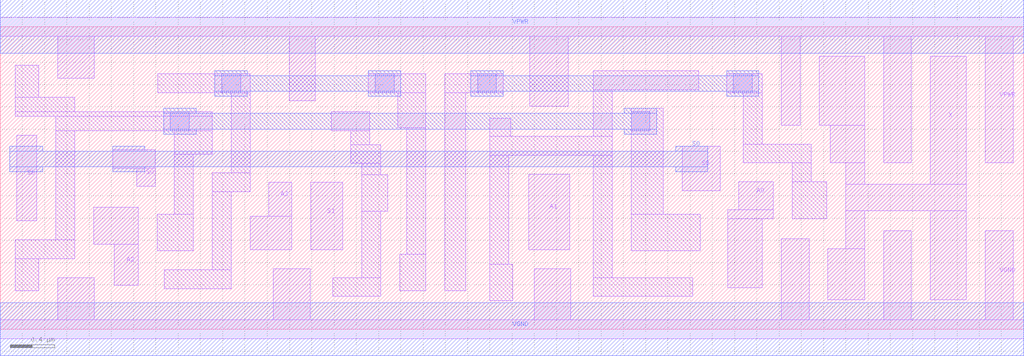
<source format=lef>
# Copyright 2020 The SkyWater PDK Authors
#
# Licensed under the Apache License, Version 2.0 (the "License");
# you may not use this file except in compliance with the License.
# You may obtain a copy of the License at
#
#     https://www.apache.org/licenses/LICENSE-2.0
#
# Unless required by applicable law or agreed to in writing, software
# distributed under the License is distributed on an "AS IS" BASIS,
# WITHOUT WARRANTIES OR CONDITIONS OF ANY KIND, either express or implied.
# See the License for the specific language governing permissions and
# limitations under the License.
#
# SPDX-License-Identifier: Apache-2.0

VERSION 5.5 ;
NAMESCASESENSITIVE ON ;
BUSBITCHARS "[]" ;
DIVIDERCHAR "/" ;
MACRO sky130_fd_sc_hd__mux4_4
  CLASS CORE ;
  SOURCE USER ;
  ORIGIN  0.000000  0.000000 ;
  SIZE  9.200000 BY  2.720000 ;
  SYMMETRY X Y R90 ;
  SITE unithd ;
  PIN A0
    ANTENNAGATEAREA  0.159000 ;
    DIRECTION INPUT ;
    USE SIGNAL ;
    PORT
      LAYER li1 ;
        RECT 6.540000 0.375000 6.850000 0.995000 ;
        RECT 6.540000 0.995000 6.950000 1.075000 ;
        RECT 6.640000 1.075000 6.950000 1.325000 ;
    END
  END A0
  PIN A1
    ANTENNAGATEAREA  0.159000 ;
    DIRECTION INPUT ;
    USE SIGNAL ;
    PORT
      LAYER li1 ;
        RECT 4.750000 0.715000 5.120000 1.395000 ;
    END
  END A1
  PIN A2
    ANTENNAGATEAREA  0.159000 ;
    DIRECTION INPUT ;
    USE SIGNAL ;
    PORT
      LAYER li1 ;
        RECT 0.840000 0.765000 1.240000 1.095000 ;
        RECT 1.025000 0.395000 1.240000 0.765000 ;
    END
  END A2
  PIN A3
    ANTENNAGATEAREA  0.159000 ;
    DIRECTION INPUT ;
    USE SIGNAL ;
    PORT
      LAYER li1 ;
        RECT 2.245000 0.715000 2.620000 1.015000 ;
        RECT 2.415000 1.015000 2.620000 1.320000 ;
    END
  END A3
  PIN S0
    ANTENNAGATEAREA  0.393000 ;
    DIRECTION INPUT ;
    USE SIGNAL ;
    PORT
      LAYER li1 ;
        RECT 0.150000 0.975000 0.330000 1.745000 ;
    END
    PORT
      LAYER li1 ;
        RECT 1.010000 1.445000 1.395000 1.615000 ;
        RECT 1.225000 1.285000 1.395000 1.445000 ;
    END
    PORT
      LAYER li1 ;
        RECT 6.130000 1.245000 6.470000 1.645000 ;
    END
    PORT
      LAYER met1 ;
        RECT 0.085000 1.415000 0.380000 1.460000 ;
        RECT 0.085000 1.460000 6.360000 1.600000 ;
        RECT 0.085000 1.600000 0.380000 1.645000 ;
        RECT 1.010000 1.415000 1.300000 1.460000 ;
        RECT 1.010000 1.600000 1.300000 1.645000 ;
        RECT 6.070000 1.415000 6.360000 1.460000 ;
        RECT 6.070000 1.600000 6.360000 1.645000 ;
    END
  END S0
  PIN S1
    ANTENNAGATEAREA  0.303000 ;
    DIRECTION INPUT ;
    USE SIGNAL ;
    PORT
      LAYER li1 ;
        RECT 2.790000 0.715000 3.080000 1.320000 ;
    END
  END S1
  PIN X
    ANTENNADIFFAREA  0.891000 ;
    DIRECTION OUTPUT ;
    USE SIGNAL ;
    PORT
      LAYER li1 ;
        RECT 7.360000 1.835000 7.770000 2.455000 ;
        RECT 7.440000 0.265000 7.770000 0.725000 ;
        RECT 7.460000 1.495000 7.770000 1.835000 ;
        RECT 7.600000 0.725000 7.770000 1.065000 ;
        RECT 7.600000 1.065000 8.685000 1.305000 ;
        RECT 7.600000 1.305000 7.770000 1.495000 ;
        RECT 8.360000 0.265000 8.685000 1.065000 ;
        RECT 8.360000 1.305000 8.685000 2.455000 ;
    END
  END X
  PIN VGND
    DIRECTION INOUT ;
    SHAPE ABUTMENT ;
    USE GROUND ;
    PORT
      LAYER li1 ;
        RECT 0.000000 -0.085000 9.200000 0.085000 ;
        RECT 0.515000  0.085000 0.845000 0.465000 ;
        RECT 2.455000  0.085000 2.785000 0.545000 ;
        RECT 4.800000  0.085000 5.130000 0.545000 ;
        RECT 7.020000  0.085000 7.270000 0.815000 ;
        RECT 7.940000  0.085000 8.190000 0.885000 ;
        RECT 8.855000  0.085000 9.105000 0.885000 ;
    END
    PORT
      LAYER met1 ;
        RECT 0.000000 -0.240000 9.200000 0.240000 ;
    END
  END VGND
  PIN VPWR
    DIRECTION INOUT ;
    SHAPE ABUTMENT ;
    USE POWER ;
    PORT
      LAYER li1 ;
        RECT 0.000000 2.635000 9.200000 2.805000 ;
        RECT 0.515000 2.255000 0.845000 2.635000 ;
        RECT 2.600000 2.055000 2.830000 2.635000 ;
        RECT 4.760000 2.005000 5.105000 2.635000 ;
        RECT 7.020000 1.835000 7.190000 2.635000 ;
        RECT 7.940000 1.495000 8.190000 2.635000 ;
        RECT 8.855000 1.495000 9.105000 2.635000 ;
    END
    PORT
      LAYER met1 ;
        RECT 0.000000 2.480000 9.200000 2.960000 ;
    END
  END VPWR
  OBS
    LAYER li1 ;
      RECT 0.135000 0.345000 0.345000 0.635000 ;
      RECT 0.135000 0.635000 0.670000 0.805000 ;
      RECT 0.135000 1.915000 1.905000 1.955000 ;
      RECT 0.135000 1.955000 0.670000 2.085000 ;
      RECT 0.135000 2.085000 0.345000 2.375000 ;
      RECT 0.500000 0.805000 0.670000 1.785000 ;
      RECT 0.500000 1.785000 1.905000 1.915000 ;
      RECT 1.410000 0.705000 1.735000 1.035000 ;
      RECT 1.415000 2.125000 2.245000 2.295000 ;
      RECT 1.475000 0.365000 2.075000 0.535000 ;
      RECT 1.565000 1.035000 1.735000 1.575000 ;
      RECT 1.565000 1.575000 1.905000 1.785000 ;
      RECT 1.905000 0.535000 2.075000 1.235000 ;
      RECT 1.905000 1.235000 2.245000 1.405000 ;
      RECT 2.075000 1.405000 2.245000 2.125000 ;
      RECT 2.975000 1.785000 3.320000 1.955000 ;
      RECT 2.990000 0.295000 3.420000 0.465000 ;
      RECT 3.150000 1.490000 3.420000 1.660000 ;
      RECT 3.150000 1.660000 3.320000 1.785000 ;
      RECT 3.250000 0.465000 3.420000 1.060000 ;
      RECT 3.250000 1.060000 3.485000 1.390000 ;
      RECT 3.250000 1.390000 3.420000 1.490000 ;
      RECT 3.310000 2.125000 3.825000 2.295000 ;
      RECT 3.575000 1.810000 3.825000 2.125000 ;
      RECT 3.590000 0.345000 3.825000 0.675000 ;
      RECT 3.655000 0.675000 3.825000 1.810000 ;
      RECT 3.995000 0.345000 4.185000 2.125000 ;
      RECT 3.995000 2.125000 4.520000 2.295000 ;
      RECT 4.400000 0.255000 4.605000 0.585000 ;
      RECT 4.400000 0.585000 4.570000 1.565000 ;
      RECT 4.400000 1.565000 5.500000 1.735000 ;
      RECT 4.400000 1.735000 4.590000 1.895000 ;
      RECT 5.330000 0.295000 6.225000 0.465000 ;
      RECT 5.330000 0.465000 5.500000 1.565000 ;
      RECT 5.330000 1.735000 5.500000 2.155000 ;
      RECT 5.330000 2.155000 6.280000 2.325000 ;
      RECT 5.670000 0.705000 6.290000 1.035000 ;
      RECT 5.670000 1.035000 5.960000 1.985000 ;
      RECT 6.530000 2.125000 6.850000 2.295000 ;
      RECT 6.680000 1.495000 7.290000 1.665000 ;
      RECT 6.680000 1.665000 6.850000 2.125000 ;
      RECT 7.120000 0.995000 7.430000 1.325000 ;
      RECT 7.120000 1.325000 7.290000 1.495000 ;
    LAYER mcon ;
      RECT 1.530000 1.785000 1.700000 1.955000 ;
      RECT 1.990000 2.125000 2.160000 2.295000 ;
      RECT 3.370000 2.125000 3.540000 2.295000 ;
      RECT 4.290000 2.125000 4.460000 2.295000 ;
      RECT 5.670000 1.785000 5.840000 1.955000 ;
      RECT 6.590000 2.125000 6.760000 2.295000 ;
    LAYER met1 ;
      RECT 1.470000 1.755000 1.760000 1.800000 ;
      RECT 1.470000 1.800000 5.900000 1.940000 ;
      RECT 1.470000 1.940000 1.760000 1.985000 ;
      RECT 1.930000 2.095000 2.220000 2.140000 ;
      RECT 1.930000 2.140000 3.600000 2.280000 ;
      RECT 1.930000 2.280000 2.220000 2.325000 ;
      RECT 3.310000 2.095000 3.600000 2.140000 ;
      RECT 3.310000 2.280000 3.600000 2.325000 ;
      RECT 4.230000 2.095000 4.520000 2.140000 ;
      RECT 4.230000 2.140000 6.820000 2.280000 ;
      RECT 4.230000 2.280000 4.520000 2.325000 ;
      RECT 5.610000 1.755000 5.900000 1.800000 ;
      RECT 5.610000 1.940000 5.900000 1.985000 ;
      RECT 6.530000 2.095000 6.820000 2.140000 ;
      RECT 6.530000 2.280000 6.820000 2.325000 ;
  END
END sky130_fd_sc_hd__mux4_4

</source>
